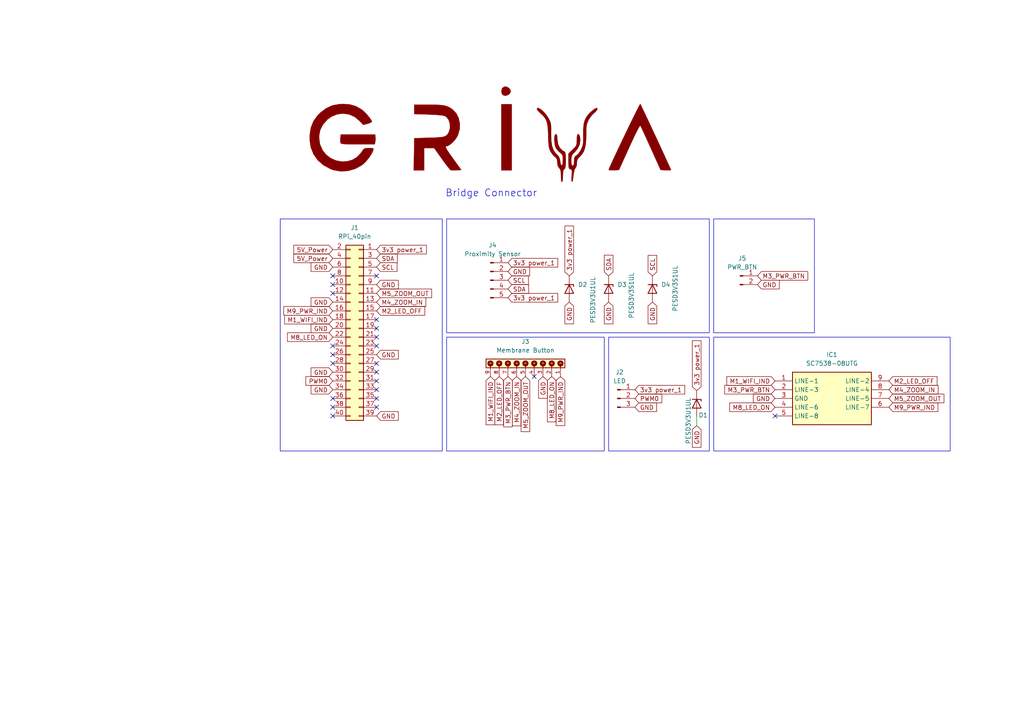
<source format=kicad_sch>
(kicad_sch (version 20250114) (generator "eeschema") (generator_version "9.0")
  (paper "A4")
  (lib_symbols
    (symbol "Connector:Conn_01x02_Pin" (pin_names (offset 1.016) (hide yes))
      (property "Reference" "J" (at 0 2.54 0))
      (property "Value" "Conn_01x02_Pin" (at 0 -5.08 0))
      (symbol "Conn_01x02_Pin_1_1"
        (rectangle (start 0.8636 0.127) (end 0 -0.127) (stroke (width 0.1524)) (fill (type outline)))
        (rectangle (start 0.8636 -2.413) (end 0 -2.667) (stroke (width 0.1524)) (fill (type outline)))
        (polyline (pts (xy 1.27 0) (xy 0.8636 0)) (stroke (width 0.1524)))
        (polyline (pts (xy 1.27 -2.54) (xy 0.8636 -2.54)) (stroke (width 0.1524)))
        (pin passive line (at 5.08 0 180) (length 3.81) (name "Pin_1") (number "1"))
        (pin passive line (at 5.08 -2.54 180) (length 3.81) (name "Pin_2") (number "2"))
      )
    )
    (symbol "Connector:Conn_01x03_Pin" (pin_names (offset 1.016) (hide yes))
      (property "Reference" "J" (at 0 5.08 0))
      (property "Value" "Conn_01x03_Pin" (at 0 -5.08 0))
      (symbol "Conn_01x03_Pin_1_1"
        (rectangle (start 0.8636 2.667) (end 0 2.413) (stroke (width 0.1524)) (fill (type outline)))
        (rectangle (start 0.8636 0.127) (end 0 -0.127) (stroke (width 0.1524)) (fill (type outline)))
        (rectangle (start 0.8636 -2.413) (end 0 -2.667) (stroke (width 0.1524)) (fill (type outline)))
        (polyline (pts (xy 1.27 2.54) (xy 0.8636 2.54)) (stroke (width 0.1524)))
        (polyline (pts (xy 1.27 0) (xy 0.8636 0)) (stroke (width 0.1524)))
        (polyline (pts (xy 1.27 -2.54) (xy 0.8636 -2.54)) (stroke (width 0.1524)))
        (pin passive line (at 5.08 2.54 180) (length 3.81) (name "Pin_1") (number "1"))
        (pin passive line (at 5.08 0 180) (length 3.81) (name "Pin_2") (number "2"))
        (pin passive line (at 5.08 -2.54 180) (length 3.81) (name "Pin_3") (number "3"))
      )
    )
    (symbol "Connector:Conn_01x05_Pin" (pin_names (offset 1.016) (hide yes))
      (property "Reference" "J" (at 0 7.62 0))
      (property "Value" "Conn_01x05_Pin" (at 0 -7.62 0))
      (symbol "Conn_01x05_Pin_1_1"
        (rectangle (start 0.8636 5.207) (end 0 4.953) (stroke (width 0.1524)) (fill (type outline)))
        (rectangle (start 0.8636 2.667) (end 0 2.413) (stroke (width 0.1524)) (fill (type outline)))
        (rectangle (start 0.8636 0.127) (end 0 -0.127) (stroke (width 0.1524)) (fill (type outline)))
        (rectangle (start 0.8636 -2.413) (end 0 -2.667) (stroke (width 0.1524)) (fill (type outline)))
        (rectangle (start 0.8636 -4.953) (end 0 -5.207) (stroke (width 0.1524)) (fill (type outline)))
        (polyline (pts (xy 1.27 5.08) (xy 0.8636 5.08)) (stroke (width 0.1524)))
        (polyline (pts (xy 1.27 2.54) (xy 0.8636 2.54)) (stroke (width 0.1524)))
        (polyline (pts (xy 1.27 0) (xy 0.8636 0)) (stroke (width 0.1524)))
        (polyline (pts (xy 1.27 -2.54) (xy 0.8636 -2.54)) (stroke (width 0.1524)))
        (polyline (pts (xy 1.27 -5.08) (xy 0.8636 -5.08)) (stroke (width 0.1524)))
        (pin passive line (at 5.08 5.08 180) (length 3.81) (name "Pin_1") (number "1"))
        (pin passive line (at 5.08 2.54 180) (length 3.81) (name "Pin_2") (number "2"))
        (pin passive line (at 5.08 0 180) (length 3.81) (name "Pin_3") (number "3"))
        (pin passive line (at 5.08 -2.54 180) (length 3.81) (name "Pin_4") (number "4"))
        (pin passive line (at 5.08 -5.08 180) (length 3.81) (name "Pin_5") (number "5"))
      )
    )
    (symbol "Connector_Generic:Conn_02x20_Odd_Even" (pin_names (offset 1.016) (hide yes))
      (property "Reference" "J" (at 1.27 25.4 0))
      (property "Value" "Conn_02x20_Odd_Even" (at 1.27 -27.94 0))
      (symbol "Conn_02x20_Odd_Even_1_1"
        (rectangle (start -1.27 24.13) (end 3.81 -26.67) (stroke (width 0.254)) (fill (type background)))
        (rectangle (start -1.27 22.987) (end 0 22.733) (stroke (width 0.1524)))
        (rectangle (start -1.27 20.447) (end 0 20.193) (stroke (width 0.1524)))
        (rectangle (start -1.27 17.907) (end 0 17.653) (stroke (width 0.1524)))
        (rectangle (start -1.27 15.367) (end 0 15.113) (stroke (width 0.1524)))
        (rectangle (start -1.27 12.827) (end 0 12.573) (stroke (width 0.1524)))
        (rectangle (start -1.27 10.287) (end 0 10.033) (stroke (width 0.1524)))
        (rectangle (start -1.27 7.747) (end 0 7.493) (stroke (width 0.1524)))
        (rectangle (start -1.27 5.207) (end 0 4.953) (stroke (width 0.1524)))
        (rectangle (start -1.27 2.667) (end 0 2.413) (stroke (width 0.1524)))
        (rectangle (start -1.27 0.127) (end 0 -0.127) (stroke (width 0.1524)))
        (rectangle (start -1.27 -2.413) (end 0 -2.667) (stroke (width 0.1524)))
        (rectangle (start -1.27 -4.953) (end 0 -5.207) (stroke (width 0.1524)))
        (rectangle (start -1.27 -7.493) (end 0 -7.747) (stroke (width 0.1524)))
        (rectangle (start -1.27 -10.033) (end 0 -10.287) (stroke (width 0.1524)))
        (rectangle (start -1.27 -12.573) (end 0 -12.827) (stroke (width 0.1524)))
        (rectangle (start -1.27 -15.113) (end 0 -15.367) (stroke (width 0.1524)))
        (rectangle (start -1.27 -17.653) (end 0 -17.907) (stroke (width 0.1524)))
        (rectangle (start -1.27 -20.193) (end 0 -20.447) (stroke (width 0.1524)))
        (rectangle (start -1.27 -22.733) (end 0 -22.987) (stroke (width 0.1524)))
        (rectangle (start -1.27 -25.273) (end 0 -25.527) (stroke (width 0.1524)))
        (rectangle (start 3.81 22.987) (end 2.54 22.733) (stroke (width 0.1524)))
        (rectangle (start 3.81 20.447) (end 2.54 20.193) (stroke (width 0.1524)))
        (rectangle (start 3.81 17.907) (end 2.54 17.653) (stroke (width 0.1524)))
        (rectangle (start 3.81 15.367) (end 2.54 15.113) (stroke (width 0.1524)))
        (rectangle (start 3.81 12.827) (end 2.54 12.573) (stroke (width 0.1524)))
        (rectangle (start 3.81 10.287) (end 2.54 10.033) (stroke (width 0.1524)))
        (rectangle (start 3.81 7.747) (end 2.54 7.493) (stroke (width 0.1524)))
        (rectangle (start 3.81 5.207) (end 2.54 4.953) (stroke (width 0.1524)))
        (rectangle (start 3.81 2.667) (end 2.54 2.413) (stroke (width 0.1524)))
        (rectangle (start 3.81 0.127) (end 2.54 -0.127) (stroke (width 0.1524)))
        (rectangle (start 3.81 -2.413) (end 2.54 -2.667) (stroke (width 0.1524)))
        (rectangle (start 3.81 -4.953) (end 2.54 -5.207) (stroke (width 0.1524)))
        (rectangle (start 3.81 -7.493) (end 2.54 -7.747) (stroke (width 0.1524)))
        (rectangle (start 3.81 -10.033) (end 2.54 -10.287) (stroke (width 0.1524)))
        (rectangle (start 3.81 -12.573) (end 2.54 -12.827) (stroke (width 0.1524)))
        (rectangle (start 3.81 -15.113) (end 2.54 -15.367) (stroke (width 0.1524)))
        (rectangle (start 3.81 -17.653) (end 2.54 -17.907) (stroke (width 0.1524)))
        (rectangle (start 3.81 -20.193) (end 2.54 -20.447) (stroke (width 0.1524)))
        (rectangle (start 3.81 -22.733) (end 2.54 -22.987) (stroke (width 0.1524)))
        (rectangle (start 3.81 -25.273) (end 2.54 -25.527) (stroke (width 0.1524)))
        (pin passive line (at -5.08 22.86 0) (length 3.81) (name "Pin_1") (number "1"))
        (pin passive line (at -5.08 20.32 0) (length 3.81) (name "Pin_3") (number "3"))
        (pin passive line (at -5.08 17.78 0) (length 3.81) (name "Pin_5") (number "5"))
        (pin passive line (at -5.08 15.24 0) (length 3.81) (name "Pin_7") (number "7"))
        (pin passive line (at -5.08 12.7 0) (length 3.81) (name "Pin_9") (number "9"))
        (pin passive line (at -5.08 10.16 0) (length 3.81) (name "Pin_11") (number "11"))
        (pin passive line (at -5.08 7.62 0) (length 3.81) (name "Pin_13") (number "13"))
        (pin passive line (at -5.08 5.08 0) (length 3.81) (name "Pin_15") (number "15"))
        (pin passive line (at -5.08 2.54 0) (length 3.81) (name "Pin_17") (number "17"))
        (pin passive line (at -5.08 0 0) (length 3.81) (name "Pin_19") (number "19"))
        (pin passive line (at -5.08 -2.54 0) (length 3.81) (name "Pin_21") (number "21"))
        (pin passive line (at -5.08 -5.08 0) (length 3.81) (name "Pin_23") (number "23"))
        (pin passive line (at -5.08 -7.62 0) (length 3.81) (name "Pin_25") (number "25"))
        (pin passive line (at -5.08 -10.16 0) (length 3.81) (name "Pin_27") (number "27"))
        (pin passive line (at -5.08 -12.7 0) (length 3.81) (name "Pin_29") (number "29"))
        (pin passive line (at -5.08 -15.24 0) (length 3.81) (name "Pin_31") (number "31"))
        (pin passive line (at -5.08 -17.78 0) (length 3.81) (name "Pin_33") (number "33"))
        (pin passive line (at -5.08 -20.32 0) (length 3.81) (name "Pin_35") (number "35"))
        (pin passive line (at -5.08 -22.86 0) (length 3.81) (name "Pin_37") (number "37"))
        (pin passive line (at -5.08 -25.4 0) (length 3.81) (name "Pin_39") (number "39"))
        (pin passive line (at 7.62 22.86 180) (length 3.81) (name "Pin_2") (number "2"))
        (pin passive line (at 7.62 20.32 180) (length 3.81) (name "Pin_4") (number "4"))
        (pin passive line (at 7.62 17.78 180) (length 3.81) (name "Pin_6") (number "6"))
        (pin passive line (at 7.62 15.24 180) (length 3.81) (name "Pin_8") (number "8"))
        (pin passive line (at 7.62 12.7 180) (length 3.81) (name "Pin_10") (number "10"))
        (pin passive line (at 7.62 10.16 180) (length 3.81) (name "Pin_12") (number "12"))
        (pin passive line (at 7.62 7.62 180) (length 3.81) (name "Pin_14") (number "14"))
        (pin passive line (at 7.62 5.08 180) (length 3.81) (name "Pin_16") (number "16"))
        (pin passive line (at 7.62 2.54 180) (length 3.81) (name "Pin_18") (number "18"))
        (pin passive line (at 7.62 0 180) (length 3.81) (name "Pin_20") (number "20"))
        (pin passive line (at 7.62 -2.54 180) (length 3.81) (name "Pin_22") (number "22"))
        (pin passive line (at 7.62 -5.08 180) (length 3.81) (name "Pin_24") (number "24"))
        (pin passive line (at 7.62 -7.62 180) (length 3.81) (name "Pin_26") (number "26"))
        (pin passive line (at 7.62 -10.16 180) (length 3.81) (name "Pin_28") (number "28"))
        (pin passive line (at 7.62 -12.7 180) (length 3.81) (name "Pin_30") (number "30"))
        (pin passive line (at 7.62 -15.24 180) (length 3.81) (name "Pin_32") (number "32"))
        (pin passive line (at 7.62 -17.78 180) (length 3.81) (name "Pin_34") (number "34"))
        (pin passive line (at 7.62 -20.32 180) (length 3.81) (name "Pin_36") (number "36"))
        (pin passive line (at 7.62 -22.86 180) (length 3.81) (name "Pin_38") (number "38"))
        (pin passive line (at 7.62 -25.4 180) (length 3.81) (name "Pin_40") (number "40"))
      )
    )
    (symbol "Diode:PESD3V3S1UL" (pin_numbers (hide yes)) (pin_names (hide yes))
      (property "Reference" "D" (at 0 2.54 0))
      (property "Value" "PESD3V3S1UL" (at 0 -2.54 0))
      (symbol "PESD3V3S1UL_0_1"
        (polyline (pts (xy -1.27 -1.27) (xy -1.27 1.27) (xy -0.762 1.27)) (stroke (width 0.254)))
        (polyline (pts (xy 1.27 0) (xy -1.27 0)))
        (polyline (pts (xy 1.27 -1.27) (xy 1.27 1.27) (xy -1.27 0) (xy 1.27 -1.27)) (stroke (width 0.254)))
      )
      (symbol "PESD3V3S1UL_1_1"
        (pin passive line (at -3.81 0 0) (length 2.54) (name "K") (number "1"))
        (pin passive line (at 3.81 0 180) (length 2.54) (name "A") (number "2"))
      )
    )
    (symbol "Diode:PESD3V3U1UL" (pin_numbers (hide yes)) (pin_names (hide yes))
      (property "Reference" "D" (at 0 2.54 0))
      (property "Value" "PESD3V3U1UL" (at 0 -2.54 0))
      (symbol "PESD3V3U1UL_0_1"
        (polyline (pts (xy -1.27 -1.27) (xy -1.27 1.27) (xy -0.762 1.27)) (stroke (width 0.254)))
        (polyline (pts (xy 1.27 0) (xy -1.27 0)))
        (polyline (pts (xy 1.27 -1.27) (xy 1.27 1.27) (xy -1.27 0) (xy 1.27 -1.27)) (stroke (width 0.254)))
      )
      (symbol "PESD3V3U1UL_1_1"
        (pin passive line (at -3.81 0 0) (length 2.54) (name "K") (number "1"))
        (pin passive line (at 3.81 0 180) (length 2.54) (name "A") (number "2"))
      )
    )
    (symbol "Membrane_Switch:6130XX11121_61300911121" (pin_names (offset 1.016))
      (property "Reference" "J" (at -12.7 -1.778 0))
      (property "Value" "6130XX11121_61300911121" (at -12.7 -5.08 0))
      (symbol "6130XX11121_61300911121_0_0"
        (rectangle (start -11.43 -2.54) (end 11.43 0) (stroke (width 0.254)) (fill (type background)))
        (circle (center -10.16 -1.27) (radius 0.254) (stroke (width 0.635)))
        (polyline (pts (xy -10.16 -1.27) (xy -10.16 -2.54)) (stroke (width 0.254)))
        (circle (center -7.62 -1.27) (radius 0.254) (stroke (width 0.635)))
        (polyline (pts (xy -7.62 -1.27) (xy -7.62 -2.54)) (stroke (width 0.254)))
        (circle (center -5.08 -1.27) (radius 0.254) (stroke (width 0.635)))
        (polyline (pts (xy -5.08 -1.27) (xy -5.08 -2.54)) (stroke (width 0.254)))
        (circle (center -2.54 -1.27) (radius 0.254) (stroke (width 0.635)))
        (polyline (pts (xy -2.54 -1.27) (xy -2.54 -2.54)) (stroke (width 0.254)))
        (polyline (pts (xy 0 -1.27) (xy 0 -2.54)) (stroke (width 0.254)))
        (circle (center 0 -1.27) (radius 0.254) (stroke (width 0.635)))
        (polyline (pts (xy 2.54 -1.27) (xy 2.54 -2.54)) (stroke (width 0.254)))
        (circle (center 2.54 -1.27) (radius 0.254) (stroke (width 0.635)))
        (polyline (pts (xy 5.08 -1.27) (xy 5.08 -2.54)) (stroke (width 0.254)))
        (circle (center 5.08 -1.27) (radius 0.254) (stroke (width 0.635)))
        (polyline (pts (xy 7.62 -1.27) (xy 7.62 -2.54)) (stroke (width 0.254)))
        (circle (center 7.62 -1.27) (radius 0.254) (stroke (width 0.635)))
        (polyline (pts (xy 10.16 -1.27) (xy 10.16 -2.54)) (stroke (width 0.254)))
        (circle (center 10.16 -1.27) (radius 0.254) (stroke (width 0.635)))
        (pin passive line (at -10.16 -5.08 90) (length 2.54) (name "~") (number "1"))
        (pin passive line (at -7.62 -5.08 90) (length 2.54) (name "~") (number "2"))
        (pin passive line (at -5.08 -5.08 90) (length 2.54) (name "~") (number "3"))
        (pin passive line (at -2.54 -5.08 90) (length 2.54) (name "~") (number "4"))
        (pin passive line (at 0 -5.08 90) (length 2.54) (name "~") (number "5"))
        (pin passive line (at 2.54 -5.08 90) (length 2.54) (name "~") (number "6"))
        (pin passive line (at 5.08 -5.08 90) (length 2.54) (name "~") (number "7"))
        (pin passive line (at 7.62 -5.08 90) (length 2.54) (name "~") (number "8"))
        (pin passive line (at 10.16 -5.08 90) (length 2.54) (name "~") (number "9"))
      )
    )
    (symbol "SC7538-08UTG:SC7538-08UTG"
      (property "Reference" "IC" (at 29.21 7.62 0))
      (property "Value" "SC7538-08UTG" (at 29.21 5.08 0))
      (symbol "SC7538-08UTG_1_1"
        (rectangle (start 5.08 2.54) (end 27.94 -12.7) (stroke (width 0.254)) (fill (type background)))
        (pin passive line (at 0 0 0) (length 5.08) (name "LINE-1") (number "1"))
        (pin passive line (at 0 -2.54 0) (length 5.08) (name "LINE-3") (number "2"))
        (pin passive line (at 0 -5.08 0) (length 5.08) (name "GND") (number "3"))
        (pin passive line (at 0 -7.62 0) (length 5.08) (name "LINE-6") (number "4"))
        (pin passive line (at 0 -10.16 0) (length 5.08) (name "LINE-8") (number "5"))
        (pin passive line (at 33.02 0 180) (length 5.08) (name "LINE-2") (number "9"))
        (pin passive line (at 33.02 -2.54 180) (length 5.08) (name "LINE-4") (number "8"))
        (pin passive line (at 33.02 -5.08 180) (length 5.08) (name "LINE-5") (number "7"))
        (pin passive line (at 33.02 -7.62 180) (length 5.08) (name "LINE-7") (number "6"))
      )
    )
    (symbol "logo:LOGO" (pin_names (offset 1.016))
      (symbol "LOGO_0_0"
        (polyline (pts (xy -39.9884 -8.9199) (xy -37.8994 -8.3124) (xy -35.9633 -7.2422) (xy -35.6411 -6.9899) (xy -34.7399 -6.0925) (xy -33.8602 -4.9934) (xy -33.1365 -3.8712) (xy -32.7029 -2.9047) (xy -32.6368 -2.6079) (xy -32.7324 -2.3983) (xy -33.135 -2.3156) (xy -33.9611 -2.304) (xy -34.6769 -2.3219) (xy -35.2457 -2.439) (xy -35.6395 -2.759) (xy -36.0612 -3.3864) (xy -36.2429 -3.664) (xy -37.3899 -4.8997) (xy -38.774 -5.7287) (xy -40.312 -6.1653) (xy -41.9207 -6.2235) (xy -43.5169 -5.9174) (xy -45.0176 -5.2614) (xy -46.3395 -4.2695) (xy -47.3994 -2.9558) (xy -48.1143 -1.3346) (xy -48.2282 -0.9039) (xy -48.441 1.0374) (xy -48.1311 2.8467) (xy -47.3035 4.5065) (xy -45.9635 5.9994) (xy -44.8357 6.8129) (xy -43.1634 7.5036) (xy -41.4176 7.7153) (xy -39.6872 7.4527) (xy -38.0613 6.7202) (xy -36.6287 5.5224) (xy -35.6275 4.427) (xy -34.3643 4.7451) (xy -33.9445 4.8683) (xy -33.3401 5.131) (xy -33.1038 5.3689) (xy -33.1114 5.4267) (xy -33.3546 5.9122) (xy -33.8604 6.6143) (xy -34.5207 7.4022) (xy -35.2273 8.1455) (xy -35.8721 8.7133) (xy -36.247 8.9855) (xy -37.7747 9.8434) (xy -39.4129 10.322) (xy -41.3426 10.4799) (xy -42.534 10.4387) (xy -44.5557 10.0608) (xy -46.353 9.2543) (xy -48.0417 7.9757) (xy -48.8919 7.1174) (xy -50.0875 5.4242) (xy -50.826 3.5202) (xy -51.1498 1.3152) (xy -51.1626 0.2737) (xy -50.8445 -2.015) (xy -50.0537 -4.0582) (xy -48.8096 -5.8254) (xy -47.1315 -7.2856) (xy -45.0387 -8.4081) (xy -44.2241 -8.6955) (xy -42.1301 -9.0519) (xy -39.9884 -8.9199)) (stroke (width 0.01)) (fill (type outline)))
        (polyline (pts (xy -32.1394 -0.573) (xy -32.0567 0.0213) (xy -32.0667 0.8456) (xy -32.1554 1.6214) (xy -37.1543 1.6214) (xy -42.1533 1.6214) (xy -42.2388 0.5797) (xy -42.2497 0.4251) (xy -42.2535 -0.3345) (xy -42.1797 -0.839) (xy -42.0928 -0.9413) (xy -41.7879 -1.0535) (xy -41.2097 -1.1321) (xy -40.2915 -1.182) (xy -38.9665 -1.2082) (xy -37.168 -1.2159) (xy -32.3008 -1.2159) (xy -32.1394 -0.573)) (stroke (width 0.01)) (fill (type outline)))
        (polyline (pts (xy -17.9692 -5.5393) (xy -17.9692 -2.2967) (xy -16.5044 -2.2967) (xy -15.0396 -2.2967) (xy -12.8189 -5.4271) (xy -12.5326 -5.8279) (xy -11.7339 -6.9161) (xy -11.0462 -7.8108) (xy -10.535 -8.4283) (xy -10.2659 -8.685) (xy -10.0701 -8.7234) (xy -9.4161 -8.7539) (xy -8.5581 -8.7296) (xy -7.1827 -8.6467) (xy -9.4685 -5.4885) (xy -10.4217 -4.1565) (xy -11.1117 -3.1459) (xy -11.5289 -2.4556) (xy -11.7019 -2.0305) (xy -11.6596 -1.8157) (xy -11.4311 -1.7563) (xy -11.2325 -1.7272) (xy -10.5415 -1.3788) (xy -9.7473 -0.7295) (xy -8.9811 0.1024) (xy -8.3738 0.9991) (xy -8.1161 1.5324) (xy -7.6625 3.1466) (xy -7.6094 4.8061) (xy -7.9373 6.391) (xy -8.6265 7.7817) (xy -9.6577 8.8583) (xy -9.9236 9.0497) (xy -10.6559 9.511) (xy -11.4011 9.8405) (xy -12.2645 10.0596) (xy -13.3515 10.1897) (xy -14.7676 10.2521) (xy -16.6182 10.2682) (xy -20.8064 10.2682) (xy -20.8064 8.9171) (xy -20.8064 7.5661) (xy -16.6182 7.4309) (xy -14.9609 7.3599) (xy -13.4465 7.249) (xy -12.3868 7.111) (xy -11.8247 6.9501) (xy -11.4611 6.6844) (xy -10.8209 5.8045) (xy -10.4712 4.676) (xy -10.4489 3.4634) (xy -10.7908 2.3314) (xy -11.0889 1.8031) (xy -11.4186 1.4059) (xy -11.8598 1.1259) (xy -12.4985 0.9379) (xy -13.4202 0.8169) (xy -14.7108 0.7378) (xy -16.4561 0.6756) (xy -20.8064 0.5405) (xy -20.8804 -4.1207) (xy -20.9543 -8.7818) (xy -19.4618 -8.7818) (xy -17.9692 -8.7818) (xy -17.9692 -5.5393)) (stroke (width 0.01)) (fill (type outline)))
        (polyline (pts (xy 6.3546 13.0688) (xy 6.9268 13.5166) (xy 7.1606 14.1393) (xy 7.16 14.1679) (xy 6.91 14.7961) (xy 6.349 15.3189) (xy 5.6866 15.5373) (xy 5.221 15.4661) (xy 4.6566 15.0135) (xy 4.4584 14.1863) (xy 4.533 13.6647) (xy 4.7827 13.1595) (xy 4.9686 13.0172) (xy 5.6374 12.8758) (xy 6.3546 13.0688)) (stroke (width 0.01)) (fill (type outline)))
        (polyline (pts (xy 7.4308 0.8107) (xy 7.4308 10.4033) (xy 5.9446 10.4033) (xy 4.4584 10.4033) (xy 4.4584 0.8107) (xy 4.4584 -8.7818) (xy 5.9446 -8.7818) (xy 7.4308 -8.7818) (xy 7.4308 0.8107)) (stroke (width 0.01)) (fill (type outline)))
        (polyline (pts (xy 22.1494 -11.8783) (xy 22.2528 -11.1955) (xy 22.2925 -10.281) (xy 22.3295 -9.2682) (xy 22.4576 -8.6695) (xy 22.6978 -8.4139) (xy 22.8763 -8.2608) (xy 23.0124 -7.8416) (xy 23.083 -7.0735) (xy 23.1031 -5.8613) (xy 23.0963 -4.7869) (xy 23.0549 -4.03) (xy 22.9494 -3.5852) (xy 22.75 -3.3336) (xy 22.427 -3.1562) (xy 22.1596 -3.0106) (xy 21.3712 -2.2155) (xy 20.8568 -1.0622) (xy 20.6722 0.3379) (xy 20.6532 0.8804) (xy 20.526 1.5575) (xy 20.2967 1.7655) (xy 19.9858 1.4703) (xy 19.8804 1.1657) (xy 19.8136 0.3771) (xy 19.8621 -0.5957) (xy 20.0111 -1.5439) (xy 20.2462 -2.2587) (xy 20.2571 -2.2793) (xy 20.7903 -3.01) (xy 21.4778 -3.6449) (xy 21.8794 -3.9622) (xy 22.153 -4.3501) (xy 22.2686 -4.9199) (xy 22.2925 -5.8504) (xy 22.246 -6.6871) (xy 22.0903 -7.2781) (xy 21.8755 -7.3728) (xy 21.655 -6.9598) (xy 21.4818 -6.0274) (xy 21.4059 -5.5279) (xy 21.0971 -4.7352) (xy 20.4693 -4.0659) (xy 20.1996 -3.8148) (xy 19.5452 -2.8733) (xy 19.1131 -1.6042) (xy 18.8874 0.0537) (xy 18.8521 2.1618) (xy 18.8693 3.3212) (xy 18.8394 4.255) (xy 18.7321 4.9493) (xy 18.5213 5.563) (xy 18.181 6.2552) (xy 17.796 6.8864) (xy 17.1 7.7779) (xy 16.3351 8.5585) (xy 15.6193 9.1121) (xy 15.0703 9.3224) (xy 14.8407 9.2801) (xy 14.7526 8.9947) (xy 15.0846 8.4759) (xy 15.8167 7.7656) (xy 16.4912 7.1426) (xy 17.1162 6.3822) (xy 17.5452 5.5289) (xy 17.8168 4.4711) (xy 17.9692 3.0975) (xy 18.0407 1.2966) (xy 18.044 1.1418) (xy 18.0897 -0.3198) (xy 18.1621 -1.3736) (xy 18.2795 -2.1414) (xy 18.4597 -2.745) (xy 18.7208 -3.3061) (xy 18.9008 -3.6176) (xy 19.4596 -4.3797) (xy 19.9992 -4.8909) (xy 20.3215 -5.1473) (xy 20.599 -5.6543) (xy 20.6712 -6.4742) (xy 20.7957 -7.4499) (xy 21.2116 -8.1063) (xy 21.3765 -8.2777) (xy 21.608 -8.7166) (xy 21.7218 -9.3945) (xy 21.7521 -10.4609) (xy 21.7784 -11.3683) (xy 21.8708 -12.0088) (xy 22.0223 -12.1595) (xy 22.1494 -11.8783)) (stroke (width 0.01)) (fill (type outline)))
        (polyline (pts (xy 25.0534 -11.9965) (xy 25.1965 -11.4153) (xy 25.3281 -10.4031) (xy 25.4432 -9.5107) (xy 25.666 -8.5522) (xy 25.9386 -8.0765) (xy 25.9576 -8.0617) (xy 26.2411 -7.5341) (xy 26.3457 -6.6496) (xy 26.3966 -5.9548) (xy 26.6621 -5.3387) (xy 27.2688 -4.7123) (xy 27.8076 -4.1564) (xy 28.388 -3.211) (xy 28.7714 -2.005) (xy 28.9829 -0.4498) (xy 29.0478 1.5434) (xy 29.0567 2.6933) (xy 29.1048 3.729) (xy 29.2157 4.4937) (xy 29.4128 5.1353) (xy 29.7194 5.8019) (xy 29.9802 6.2576) (xy 30.651 7.1683) (xy 31.3407 7.8516) (xy 31.7847 8.2417) (xy 32.1966 8.767) (xy 32.3112 9.1648) (xy 32.0726 9.3224) (xy 31.9687 9.3012) (xy 31.4672 9.0247) (xy 30.7987 8.5255) (xy 30.1193 7.9272) (xy 29.5853 7.3535) (xy 29.1165 6.6975) (xy 28.6454 5.7695) (xy 28.3579 4.7059) (xy 28.2219 3.3741) (xy 28.2055 1.6416) (xy 28.2157 0.3009) (xy 28.1794 -0.6691) (xy 28.0747 -1.394) (xy 27.8799 -2.0222) (xy 27.5735 -2.7019) (xy 27.2592 -3.2652) (xy 26.7113 -4.0133) (xy 26.2139 -4.4566) (xy 26.1435 -4.4953) (xy 25.7552 -4.8106) (xy 25.5775 -5.2921) (xy 25.535 -6.1254) (xy 25.5123 -6.7682) (xy 25.3885 -7.2817) (xy 25.1297 -7.4308) (xy 24.8864 -7.2987) (xy 24.7603 -6.8337) (xy 24.7244 -5.9338) (xy 24.7368 -5.2866) (xy 24.8488 -4.6061) (xy 25.1621 -4.0681) (xy 25.7772 -3.4343) (xy 26.5835 -2.4712) (xy 27.1397 -1.2794) (xy 27.219 -0.931) (xy 27.3128 0.0249) (xy 27.2476 0.8891) (xy 27.0435 1.5152) (xy 26.7209 1.7565) (xy 26.7144 1.7564) (xy 26.4967 1.5951) (xy 26.3802 1.0677) (xy 26.3457 0.0889) (xy 26.3454 -0.1008) (xy 26.3135 -0.9689) (xy 26.162 -1.5548) (xy 25.7983 -2.0744) (xy 25.1297 -2.7438) (xy 23.9138 -3.9089) (xy 23.9138 -6.1004) (xy 23.9157 -6.6503) (xy 23.9441 -7.5394) (xy 24.0284 -8.0565) (xy 24.1965 -8.3177) (xy 24.4764 -8.4391) (xy 24.7451 -8.5399) (xy 24.9153 -8.7763) (xy 24.9422 -9.2685) (xy 24.8568 -10.1558) (xy 24.8013 -10.8462) (xy 24.8068 -11.6314) (xy 24.8997 -12.0775) (xy 24.9121 -12.0946) (xy 25.0534 -11.9965)) (stroke (width 0.01)) (fill (type outline)))
        (polyline (pts (xy 53.3932 -8.7273) (xy 53.6372 -8.6587) (xy 53.637 -8.6564) (xy 53.5183 -8.3578) (xy 53.2008 -7.6379) (xy 52.7146 -6.5617) (xy 52.0901 -5.1942) (xy 51.3574 -3.6004) (xy 50.5467 -1.8454) (xy 49.6884 0.0059) (xy 48.8126 1.8885) (xy 47.9496 3.7373) (xy 47.1297 5.4874) (xy 46.383 7.0737) (xy 45.7399 8.4313) (xy 45.2304 9.4951) (xy 44.885 10.2001) (xy 44.7338 10.4813) (xy 44.6965 10.445) (xy 44.4622 10.0382) (xy 44.0428 9.2337) (xy 43.4685 8.0945) (xy 42.7696 6.6833) (xy 41.9763 5.0629) (xy 41.1187 3.2962) (xy 40.2272 1.446) (xy 39.3319 -0.4249) (xy 38.4631 -2.2536) (xy 37.6509 -3.9773) (xy 36.9256 -5.5331) (xy 36.3174 -6.8584) (xy 35.8565 -7.8901) (xy 35.5732 -8.5656) (xy 35.688 -8.6644) (xy 36.2081 -8.7341) (xy 37.0175 -8.7286) (xy 38.5566 -8.6467) (xy 41.5565 -2.0506) (xy 42.3273 -0.37) (xy 43.1734 1.4268) (xy 43.8324 2.7588) (xy 44.3148 3.6457) (xy 44.6308 4.1076) (xy 44.791 4.1643) (xy 44.911 3.9287) (xy 45.2352 3.2447) (xy 45.7219 2.1955) (xy 46.3382 0.8522) (xy 47.0514 -0.714) (xy 47.8285 -2.4318) (xy 50.6316 -8.6467) (xy 52.1344 -8.7278) (xy 52.7631 -8.7478) (xy 53.3932 -8.7273)) (stroke (width 0.01)) (fill (type outline)))
      )
    )
  )
  (rectangle (start 176.53 97.79) (end 205.74 130.81))
  (rectangle (start 129.54 63.5) (end 205.74 96.52))
  (rectangle (start 129.54 97.79) (end 175.26 130.81))
  (rectangle (start 207.01 97.79) (end 275.59 130.81))
  (rectangle (start 207.01 63.5) (end 236.22 96.52))
  (rectangle (start 81.28 63.5) (end 128.27 130.81))
  (text "Bridge Connector\n" (at 142.494 56.134 0) (effects (font (size 2.032 2.032))))
  (no_connect (at 109.22 113.03))
  (no_connect (at 109.22 105.41))
  (no_connect (at 109.22 110.49))
  (no_connect (at 96.52 85.09))
  (no_connect (at 96.52 118.11))
  (no_connect (at 96.52 82.55))
  (no_connect (at 109.22 80.01))
  (no_connect (at 96.52 100.33))
  (no_connect (at 154.94 109.22))
  (no_connect (at 109.22 92.71))
  (no_connect (at 109.22 107.95))
  (no_connect (at 96.52 120.65))
  (no_connect (at 109.22 118.11))
  (no_connect (at 224.79 120.65))
  (no_connect (at 109.22 95.25))
  (no_connect (at 96.52 102.87))
  (no_connect (at 109.22 97.79))
  (no_connect (at 96.52 80.01))
  (no_connect (at 96.52 115.57))
  (no_connect (at 109.22 115.57))
  (no_connect (at 96.52 105.41))
  (no_connect (at 109.22 100.33))
  (wire (pts (xy 202.0699 120.9148) (xy 202.0699 123.4548)))
  (global_label "GND" (shape input) (at 109.22 102.87 0) (property "Intersheetrefs" "${INTERSHEET_REFS}" (effects (hide yes))))
  (global_label "GND" (shape input) (at 176.53 87.63 270) (property "Intersheetrefs" "${INTERSHEET_REFS}" (effects (hide yes))))
  (global_label "GND" (shape input) (at 109.22 120.65 0) (property "Intersheetrefs" "${INTERSHEET_REFS}" (effects (hide yes))))
  (global_label "5V_Power" (shape input) (at 96.52 72.39 180) (property "Intersheetrefs" "${INTERSHEET_REFS}" (effects (hide yes))))
  (global_label "M5_ZOOM_OUT" (shape input) (at 257.81 115.57 0) (property "Intersheetrefs" "${INTERSHEET_REFS}" (effects (hide yes))))
  (global_label "3v3 power_1" (shape input) (at 202.0699 113.2948 90) (property "Intersheetrefs" "${INTERSHEET_REFS}" (effects (hide yes))))
  (global_label "M2_LED_OFF" (shape input) (at 144.78 109.22 270) (property "Intersheetrefs" "${INTERSHEET_REFS}" (effects (hide yes))))
  (global_label "M8_LED_ON" (shape input) (at 96.52 97.79 180) (property "Intersheetrefs" "${INTERSHEET_REFS}" (effects (hide yes))))
  (global_label "GND" (shape input) (at 109.22 82.55 0) (property "Intersheetrefs" "${INTERSHEET_REFS}" (effects (hide yes))))
  (global_label "GND" (shape input) (at 202.0699 123.4548 270) (property "Intersheetrefs" "${INTERSHEET_REFS}" (effects (hide yes))))
  (global_label "M9_PWR_IND" (shape input) (at 162.56 109.22 270) (property "Intersheetrefs" "${INTERSHEET_REFS}" (effects (hide yes))))
  (global_label "GND" (shape input) (at 147.32 78.74 0) (property "Intersheetrefs" "${INTERSHEET_REFS}" (effects (hide yes))))
  (global_label "5V_Power" (shape input) (at 96.52 74.93 180) (property "Intersheetrefs" "${INTERSHEET_REFS}" (effects (hide yes))))
  (global_label "M8_LED_ON" (shape input) (at 160.02 109.22 270) (property "Intersheetrefs" "${INTERSHEET_REFS}" (effects (hide yes))))
  (global_label "GND" (shape input) (at 189.23 87.63 270) (property "Intersheetrefs" "${INTERSHEET_REFS}" (effects (hide yes))))
  (global_label "3v3 power_1" (shape input) (at 184.15 113.03 0) (property "Intersheetrefs" "${INTERSHEET_REFS}" (effects (hide yes))))
  (global_label "SDA" (shape input) (at 176.53 80.01 90) (property "Intersheetrefs" "${INTERSHEET_REFS}" (effects (hide yes))))
  (global_label "M3_PWR_BTN" (shape input) (at 147.32 109.22 270) (property "Intersheetrefs" "${INTERSHEET_REFS}" (effects (hide yes))))
  (global_label "PWM0" (shape input) (at 184.15 115.57 0) (property "Intersheetrefs" "${INTERSHEET_REFS}" (effects (hide yes))))
  (global_label "3v3 power_1" (shape input) (at 147.32 86.36 0) (property "Intersheetrefs" "${INTERSHEET_REFS}" (effects (hide yes))))
  (global_label "GND" (shape input) (at 157.48 109.22 270) (property "Intersheetrefs" "${INTERSHEET_REFS}" (effects (hide yes))))
  (global_label "3v3 power_1" (shape input) (at 165.1 80.01 90) (property "Intersheetrefs" "${INTERSHEET_REFS}" (effects (hide yes))))
  (global_label "M1_WIFI_IND" (shape input) (at 142.24 109.22 270) (property "Intersheetrefs" "${INTERSHEET_REFS}" (effects (hide yes))))
  (global_label "M2_LED_OFF" (shape input) (at 109.22 90.17 0) (property "Intersheetrefs" "${INTERSHEET_REFS}" (effects (hide yes))))
  (global_label "M4_ZOOM_IN" (shape input) (at 149.86 109.22 270) (property "Intersheetrefs" "${INTERSHEET_REFS}" (effects (hide yes))))
  (global_label "SDA" (shape input) (at 147.32 83.82 0) (property "Intersheetrefs" "${INTERSHEET_REFS}" (effects (hide yes))))
  (global_label "GND" (shape input) (at 96.52 95.25 180) (property "Intersheetrefs" "${INTERSHEET_REFS}" (effects (hide yes))))
  (global_label "PWM0" (shape input) (at 96.52 110.49 180) (property "Intersheetrefs" "${INTERSHEET_REFS}" (effects (hide yes))))
  (global_label "GND" (shape input) (at 219.71 82.55 0) (property "Intersheetrefs" "${INTERSHEET_REFS}" (effects (hide yes))))
  (global_label "GND" (shape input) (at 96.52 77.47 180) (property "Intersheetrefs" "${INTERSHEET_REFS}" (effects (hide yes))))
  (global_label "M4_ZOOM_IN" (shape input) (at 257.81 113.03 0) (property "Intersheetrefs" "${INTERSHEET_REFS}" (effects (hide yes))))
  (global_label "SCL" (shape input) (at 109.22 77.47 0) (property "Intersheetrefs" "${INTERSHEET_REFS}" (effects (hide yes))))
  (global_label "M3_PWR_BTN" (shape input) (at 219.71 80.01 0) (property "Intersheetrefs" "${INTERSHEET_REFS}" (effects (hide yes))))
  (global_label "GND" (shape input) (at 165.1 87.63 270) (property "Intersheetrefs" "${INTERSHEET_REFS}" (effects (hide yes))))
  (global_label "M3_PWR_BTN" (shape input) (at 224.79 113.03 180) (property "Intersheetrefs" "${INTERSHEET_REFS}" (effects (hide yes))))
  (global_label "GND" (shape input) (at 184.15 118.11 0) (property "Intersheetrefs" "${INTERSHEET_REFS}" (effects (hide yes))))
  (global_label "M1_WIFI_IND" (shape input) (at 96.52 92.71 180) (property "Intersheetrefs" "${INTERSHEET_REFS}" (effects (hide yes))))
  (global_label "M8_LED_ON" (shape input) (at 224.79 118.11 180) (property "Intersheetrefs" "${INTERSHEET_REFS}" (effects (hide yes))))
  (global_label "M2_LED_OFF" (shape input) (at 257.81 110.49 0) (property "Intersheetrefs" "${INTERSHEET_REFS}" (effects (hide yes))))
  (global_label "M4_ZOOM_IN" (shape input) (at 109.22 87.63 0) (property "Intersheetrefs" "${INTERSHEET_REFS}" (effects (hide yes))))
  (global_label "SDA" (shape input) (at 109.22 74.93 0) (property "Intersheetrefs" "${INTERSHEET_REFS}" (effects (hide yes))))
  (global_label "M9_PWR_IND" (shape input) (at 257.81 118.11 0) (property "Intersheetrefs" "${INTERSHEET_REFS}" (effects (hide yes))))
  (global_label "3v3 power_1" (shape input) (at 147.32 76.2 0) (property "Intersheetrefs" "${INTERSHEET_REFS}" (effects (hide yes))))
  (global_label "SCL" (shape input) (at 147.32 81.28 0) (property "Intersheetrefs" "${INTERSHEET_REFS}" (effects (hide yes))))
  (global_label "3v3 power_1" (shape input) (at 109.22 72.39 0) (property "Intersheetrefs" "${INTERSHEET_REFS}" (effects (hide yes))))
  (global_label "M1_WIFI_IND" (shape input) (at 224.79 110.49 180) (property "Intersheetrefs" "${INTERSHEET_REFS}" (effects (hide yes))))
  (global_label "GND" (shape input) (at 224.79 115.57 180) (property "Intersheetrefs" "${INTERSHEET_REFS}" (effects (hide yes))))
  (global_label "M5_ZOOM_OUT" (shape input) (at 109.22 85.09 0) (property "Intersheetrefs" "${INTERSHEET_REFS}" (effects (hide yes))))
  (global_label "SCL" (shape input) (at 189.23 80.01 90) (property "Intersheetrefs" "${INTERSHEET_REFS}" (effects (hide yes))))
  (global_label "GND" (shape input) (at 96.52 107.95 180) (property "Intersheetrefs" "${INTERSHEET_REFS}" (effects (hide yes))))
  (global_label "GND" (shape input) (at 96.52 113.03 180) (property "Intersheetrefs" "${INTERSHEET_REFS}" (effects (hide yes))))
  (global_label "M9_PWR_IND" (shape input) (at 96.52 90.17 180) (property "Intersheetrefs" "${INTERSHEET_REFS}" (effects (hide yes))))
  (global_label "GND" (shape input) (at 96.52 87.63 180) (property "Intersheetrefs" "${INTERSHEET_REFS}" (effects (hide yes))))
  (global_label "M5_ZOOM_OUT" (shape input) (at 152.4 109.22 270) (property "Intersheetrefs" "${INTERSHEET_REFS}" (effects (hide yes))))
  (symbol (lib_id "SC7538-08UTG:SC7538-08UTG") (at 224.79 110.49 0) (unit 1)
    (property "Reference" "IC1" (at 241.3 102.87 0))
    (property "Value" "SC7538-08UTG" (at 241.3 105.41 0))
    (property "Footprint" "SC7538-08UTG:SC753808UTG" (effects (hide yes)))
    (property "Datasheet" "https://www.littelfuse.com/media?resourcetype=datasheets&itemid=59382b8d-537a-4c7e-9d68-ddc6a1cc92ed&filename=littelfuse-tvs-diode-array-sc7538-08utg-datasheet" (effects (hide yes)))
    (property "Description" "ESD Suppressors / TVS Diodes 5V 3A +30/-22kV uDFN3810-9L Diode array AEC-Q101" (effects (hide yes)))
    (property "Height" "0.55" (effects (hide yes)))
    (property "Manufacturer_Name" "LITTELFUSE" (effects (hide yes)))
    (property "Manufacturer_Part_Number" "SC7538-08UTG" (effects (hide yes)))
    (property "Mouser Part Number" "576-SC7538-08UTG" (effects (hide yes)))
    (property "Mouser Price/Stock" "https://www.mouser.co.uk/ProductDetail/Littelfuse/SC7538-08UTG?qs=Li%252BoUPsLEnt7O3OzEjruww%3D%3D" (effects (hide yes)))
    (property "Arrow Part Number" "SC7538-08UTG" (effects (hide yes)))
    (property "Arrow Price/Stock" "https://www.arrow.com/en/products/sc7538-08utg/littelfuse?region=nac" (effects (hide yes)))
  )
  (symbol (lib_id "Connector:Conn_01x02_Pin") (at 214.63 80.01 0) (unit 1)
    (property "Reference" "J5" (at 215.265 74.93 0))
    (property "Value" "PWR_BTN" (at 215.265 77.47 0))
    (property "Footprint" "Library:PWR_BTN" (effects (hide yes)))
    (property "Description" "Generic connector, single row, 01x02, script generated" (effects (hide yes)))
  )
  (symbol (lib_id "Connector:Conn_01x03_Pin") (at 179.07 115.57 0) (unit 1)
    (property "Reference" "J2" (at 179.705 107.95 0))
    (property "Value" "LED" (at 179.705 110.49 0))
    (property "Footprint" "Library:LED 3pin" (effects (hide yes)))
    (property "Description" "Generic connector, single row, 01x03, script generated" (effects (hide yes)))
  )
  (symbol (lib_id "Connector:Conn_01x05_Pin") (at 142.24 81.28 0) (unit 1)
    (property "Reference" "J4" (at 142.875 71.12 0))
    (property "Value" "Proximity Sensor" (at 142.875 73.66 0))
    (property "Footprint" "Library:Prox_5pin" (effects (hide yes)))
    (property "Description" "Generic connector, single row, 01x05, script generated" (effects (hide yes)))
  )
  (symbol (lib_id "Diode:PESD3V3U1UL") (at 202.0699 117.1048 270) (unit 1)
    (property "Reference" "D1" (at 202.5779 120.4068 90) (effects (justify left)))
    (property "Value" "PESD3V3U1UL" (at 199.644 115.316 0) (effects (justify left)))
    (property "Footprint" "Diode_SMD:D_SOD-882" (effects (hide yes)))
    (property "Datasheet" "https://assets.nexperia.com/documents/data-sheet/PESD3V3U1UL.pdf" (effects (hide yes)))
    (property "Description" "Ultra low capacitance unidirectional ESD protection diode, 3.3V, SOD-882" (effects (hide yes)))
  )
  (symbol (lib_id "Diode:PESD3V3U1UL") (at 165.1 83.82 270) (unit 1)
    (property "Reference" "D2" (at 167.64 82.5499 90) (effects (justify left)))
    (property "Value" "PESD3V3U1UL" (at 171.958 80.264 0) (effects (justify left)))
    (property "Footprint" "Diode_SMD:D_SOD-882" (effects (hide yes)))
    (property "Datasheet" "https://assets.nexperia.com/documents/data-sheet/PESD3V3U1UL.pdf" (effects (hide yes)))
    (property "Description" "Ultra low capacitance unidirectional ESD protection diode, 3.3V, SOD-882" (effects (hide yes)))
  )
  (symbol (lib_id "Connector_Generic:Conn_02x20_Odd_Even") (at 104.14 95.25 0) (mirror y) (unit 1)
    (property "Reference" "J1" (at 102.87 66.04 0))
    (property "Value" "RPi_40pin" (at 102.87 68.58 0))
    (property "Footprint" "Connector_PinSocket_2.54mm:PinSocket_2x20_P2.54mm_Vertical" (effects (hide yes)))
    (property "Description" "Generic connector, double row, 02x20, odd/even pin numbering scheme (row 1 odd numbers, row 2 even numbers), script generated (kicad-library-utils/schlib/autogen/connector/)" (effects (hide yes)))
  )
  (symbol (lib_id "Membrane_Switch:6130XX11121_61300911121") (at 152.4 104.14 0) (mirror y) (unit 1)
    (property "Reference" "J3" (at 152.4 99.06 0))
    (property "Value" "Membrane Button" (at 152.4 101.6 0))
    (property "Footprint" "Membrane_Switch:61300911121" (effects (hide yes)))
  )
  (symbol (lib_id "Diode:PESD3V3S1UL") (at 189.23 83.82 270) (unit 1)
    (property "Reference" "D4" (at 191.77 82.5499 90) (effects (justify left)))
    (property "Value" "PESD3V3S1UL" (at 195.834 76.962 0) (effects (justify left)))
    (property "Footprint" "Diode_SMD:D_SOD-882" (effects (hide yes)))
    (property "Datasheet" "https://assets.nexperia.com/documents/data-sheet/PESD3V3S1UL.pdf" (effects (hide yes)))
    (property "Description" "Unidirectional ESD protection diode, 3.3V, SOD-882" (effects (hide yes)))
  )
  (symbol (lib_id "Diode:PESD3V3S1UL") (at 176.53 83.82 270) (unit 1)
    (property "Reference" "D3" (at 179.07 82.5499 90) (effects (justify left)))
    (property "Value" "PESD3V3S1UL" (at 183.134 78.994 0) (effects (justify left)))
    (property "Footprint" "Diode_SMD:D_SOD-882" (effects (hide yes)))
    (property "Datasheet" "https://assets.nexperia.com/documents/data-sheet/PESD3V3S1UL.pdf" (effects (hide yes)))
    (property "Description" "Unidirectional ESD protection diode, 3.3V, SOD-882" (effects (hide yes)))
  )
  (symbol (lib_id "logo:LOGO") (at 140.97 40.64 0) (unit 1)
    (property "Reference" "#G1" (effects (hide yes)))
    (property "Value" "LOGO" (effects (hide yes)))
  )
)
</source>
